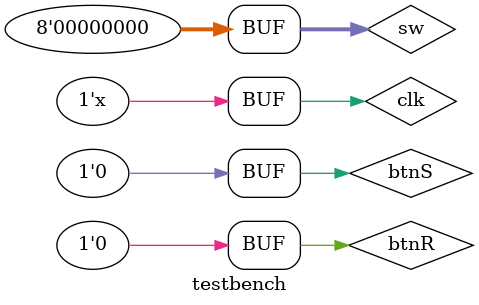
<source format=v>
`timescale 1ns / 1ps


module testbench;

	// Inputs
	reg [7:0] sw;
	reg btnS;
	reg btnR;
	reg clk;

	// Outputs
	wire [6:0] seg;
	wire [3:0] an;

	// Instantiate the Unit Under Test (UUT)
	clock uut (
		.seg(seg), 
		.an(an), 
		.sw(sw), 
		.btnS(btnS), 
		.btnR(btnR), 
		.clk(clk)
	);

	initial begin
		// Initialize Inputs
		sw = 0;
		btnS = 0;
		btnR = 0;
		clk = 0;
        
		// Add stimulus here
  
	end
  always
      #1 clk <= !clk;
  
endmodule


</source>
